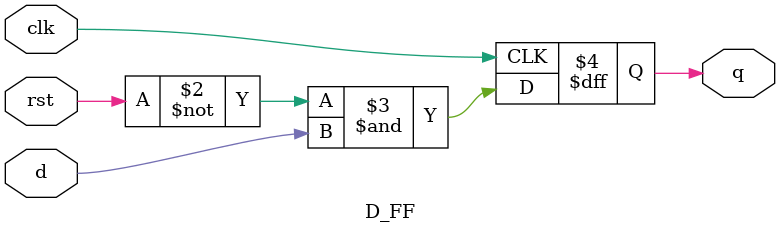
<source format=v>
module siso_register_4bit(
	input in,
	input clk,
	output [0:3] out,
	input rst
);

	D_FF d1(clk, in, out[0], rst);
	D_FF d2(clk, out[0], out[1], rst);
	D_FF d3(clk, out[1], out[2], rst);
	D_FF d4(clk, out[2], out[3], rst);

endmodule


module D_FF(
	input clk,
	input d,
	output reg q,
	input rst
);

	always @(posedge clk) begin
		q = (~rst)&d;
	end

endmodule
</source>
